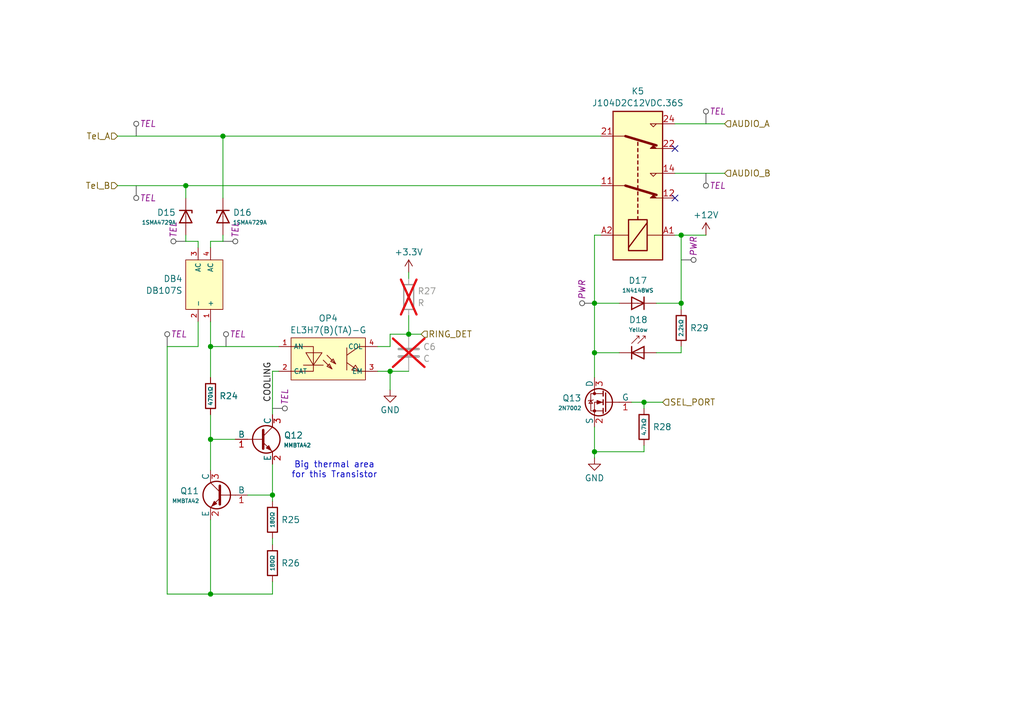
<source format=kicad_sch>
(kicad_sch (version 20231120) (generator "eeschema") (generator_version "8.0")
  (paper "A5")
  (lib_symbols
    (symbol "Device:C" (pin_numbers hide) (pin_names (offset 0.254))
      (property "Reference" "C" (at 0.635 2.54 0))
      (property "Value" "C" (at 0.635 -2.54 0))
      (symbol "C_0_1"
        (polyline (pts (xy -2.032 -0.762) (xy 2.032 -0.762)) (stroke (width 0.508)))
        (polyline (pts (xy -2.032 0.762) (xy 2.032 0.762)) (stroke (width 0.508)))
      )
      (symbol "C_1_1"
        (pin passive line (at 0 3.81 270) (length 2.794) (name "~") (number "1"))
        (pin passive line (at 0 -3.81 90) (length 2.794) (name "~") (number "2"))
      )
    )
    (symbol "Device:R" (pin_numbers hide) (pin_names (offset 0))
      (property "Reference" "R" (at 2.032 0 90))
      (property "Value" "R" (at 0 0 90))
      (symbol "R_0_1"
        (rectangle (start -1.016 -2.54) (end 1.016 2.54) (stroke (width 0.254)))
      )
      (symbol "R_1_1"
        (pin passive line (at 0 3.81 270) (length 1.27) (name "~") (number "1"))
        (pin passive line (at 0 -3.81 90) (length 1.27) (name "~") (number "2"))
      )
    )
    (symbol "PCM_JLCPCB-Diode-Packages:Bridge Rectifier, DB107S"
      (property "Reference" "DB" (at 0 1.27 0))
      (property "Value" "DB107S" (at 0 6.096 0))
      (symbol "Bridge Rectifier, DB107S_0_1"
        (rectangle (start -5.08 5.08) (end 5.08 -2.54) (fill (type background)))
        (pin unspecified line (at -7.62 2.54 0) (length 2.54) (name "+") (number "1"))
        (pin unspecified line (at -7.62 0 0) (length 2.54) (name "-") (number "2"))
        (pin unspecified line (at 7.62 0 180) (length 2.54) (name "AC") (number "3"))
        (pin unspecified line (at 7.62 2.54 180) (length 2.54) (name "AC") (number "4"))
      )
    )
    (symbol "PCM_JLCPCB-Diodes:LED,0805,Yellow" (pin_numbers hide) (pin_names (offset 0))
      (property "Reference" "D" (at 2.032 0.834 0))
      (property "Value" "Yellow" (at 2.032 -1.2122 0))
      (symbol "LED,0805,Yellow_0_1"
        (polyline (pts (xy -1.27 -1.27) (xy 1.27 -1.27)) (stroke (width 0.254)))
        (polyline (pts (xy -1.27 1.27) (xy 0 -1.27) (xy 1.27 1.27) (xy -1.27 1.27)) (stroke (width 0.254)))
        (polyline (pts (xy -1.905 -1.27) (xy -3.429 0.254) (xy -3.429 -0.254) (xy -3.429 0.254) (xy -2.921 0.254)) (stroke (width 0.127)))
        (polyline (pts (xy -1.905 0) (xy -3.429 1.524) (xy -3.429 1.016) (xy -3.429 1.524) (xy -2.921 1.524)) (stroke (width 0.127)))
      )
      (symbol "LED,0805,Yellow_1_1"
        (pin passive line (at 0 -3.81 90) (length 3.81) (name "~") (number "1"))
        (pin passive line (at 0 3.81 270) (length 3.81) (name "~") (number "2"))
      )
    )
    (symbol "PCM_JLCPCB-Diodes:Switching,1N4148WS" (pin_numbers hide) (pin_names (offset 0))
      (property "Reference" "D" (at 2.032 0.834 0))
      (property "Value" "1N4148WS" (at 2.032 -1.2122 0))
      (symbol "Switching,1N4148WS_0_1"
        (polyline (pts (xy -1.27 -1.27) (xy 1.27 -1.27)) (stroke (width 0.254)))
        (polyline (pts (xy -1.27 1.27) (xy 0 -1.27) (xy 1.27 1.27) (xy -1.27 1.27)) (stroke (width 0.254)))
      )
      (symbol "Switching,1N4148WS_1_1"
        (pin passive line (at 0 -3.81 90) (length 3.81) (name "~") (number "1"))
        (pin passive line (at 0 3.81 270) (length 3.81) (name "~") (number "2"))
      )
    )
    (symbol "PCM_JLCPCB-Diodes:Zener,1SMA4729A" (pin_numbers hide) (pin_names (offset 0))
      (property "Reference" "D" (at 2.032 0.834 0))
      (property "Value" "1SMA4729A" (at 2.032 -1.2122 0))
      (symbol "Zener,1SMA4729A_0_1"
        (polyline (pts (xy -1.27 -1.27) (xy 1.27 -1.27) (xy 1.27 -0.762)) (stroke (width 0.254)))
        (polyline (pts (xy -1.27 1.27) (xy 0 -1.27) (xy 1.27 1.27) (xy -1.27 1.27)) (stroke (width 0.254)))
      )
      (symbol "Zener,1SMA4729A_1_1"
        (pin passive line (at 0 -3.81 90) (length 3.81) (name "~") (number "1"))
        (pin passive line (at 0 3.81 270) (length 3.81) (name "~") (number "2"))
      )
    )
    (symbol "PCM_JLCPCB-Optocouplers:Phototransistor, 2.7khz, EL3H7(B)(TA)-G"
      (property "Reference" "OP" (at 0 1.27 0))
      (property "Value" "EL3H7(B)(TA)-G" (at 0 -5.842 0))
      (symbol "Phototransistor, 2.7khz, EL3H7(B)(TA)-G_0_1"
        (rectangle (start -7.62 4.318) (end 7.62 -4.318) (fill (type background)))
        (polyline (pts (xy -1.016 -1.27) (xy -5.08 -1.27)))
        (polyline (pts (xy -1.016 -0.254) (xy 0.762 -2.032)))
        (polyline (pts (xy -0.254 0.762) (xy 1.524 -1.016)))
        (polyline (pts (xy 3.81 -0.762) (xy 6.35 -2.54)))
        (polyline (pts (xy 3.81 2.286) (xy 3.81 -2.286)))
        (polyline (pts (xy 6.35 2.54) (xy 3.81 0.762)))
        (polyline (pts (xy 7.62 -2.54) (xy 6.35 -2.54)))
        (polyline (pts (xy 7.62 2.54) (xy 6.35 2.54)))
        (polyline (pts (xy -7.62 2.54) (xy -3.048 2.54) (xy -3.048 -2.54) (xy -7.62 -2.54)))
        (polyline (pts (xy -4.572 1.27) (xy -3.048 -1.27) (xy -1.27 1.27) (xy -4.572 1.27)) (fill (type background)))
        (polyline (pts (xy 0.762 -2.032) (xy 0.254 -1.016) (xy -0.254 -1.524) (xy 0.762 -2.032)) (fill (type background)))
        (polyline (pts (xy 1.524 -1.016) (xy 1.016 0) (xy 0.508 -0.508) (xy 1.524 -1.016)) (fill (type background)))
        (polyline (pts (xy 6.35 -2.54) (xy 5.588 -1.27) (xy 4.826 -2.286) (xy 6.35 -2.54)) (fill (type background)))
      )
      (symbol "Phototransistor, 2.7khz, EL3H7(B)(TA)-G_1_1"
        (pin unspecified line (at -10.16 2.54 0) (length 2.54) (name "AN") (number "1"))
        (pin unspecified line (at -10.16 -2.54 0) (length 2.54) (name "CAT") (number "2"))
        (pin unspecified line (at 10.16 -2.54 180) (length 2.54) (name "EM") (number "3"))
        (pin unspecified line (at 10.16 2.54 180) (length 2.54) (name "COL") (number "4"))
      )
    )
    (symbol "PCM_JLCPCB-Resistors:0805,2.2kΩ" (pin_numbers hide) (pin_names (offset 0))
      (property "Reference" "R" (at 1.778 0 0))
      (property "Value" "2.2kΩ" (at 0 0 90))
      (symbol "0805,2.2kΩ_0_1"
        (rectangle (start -1.016 2.54) (end 1.016 -2.54) (stroke (width 0.254)))
      )
      (symbol "0805,2.2kΩ_1_1"
        (pin passive line (at 0 3.81 270) (length 1.27) (name "~") (number "1"))
        (pin passive line (at 0 -3.81 90) (length 1.27) (name "~") (number "2"))
      )
    )
    (symbol "PCM_JLCPCB-Resistors:0805,4.7kΩ" (pin_numbers hide) (pin_names (offset 0))
      (property "Reference" "R" (at 1.778 0 0))
      (property "Value" "4.7kΩ" (at 0 0 90))
      (symbol "0805,4.7kΩ_0_1"
        (rectangle (start -1.016 2.54) (end 1.016 -2.54) (stroke (width 0.254)))
      )
      (symbol "0805,4.7kΩ_1_1"
        (pin passive line (at 0 3.81 270) (length 1.27) (name "~") (number "1"))
        (pin passive line (at 0 -3.81 90) (length 1.27) (name "~") (number "2"))
      )
    )
    (symbol "PCM_JLCPCB-Resistors:0805,470kΩ" (pin_numbers hide) (pin_names (offset 0))
      (property "Reference" "R" (at 1.778 0 0))
      (property "Value" "470kΩ" (at 0 0 90))
      (symbol "0805,470kΩ_0_1"
        (rectangle (start -1.016 2.54) (end 1.016 -2.54) (stroke (width 0.254)))
      )
      (symbol "0805,470kΩ_1_1"
        (pin passive line (at 0 3.81 270) (length 1.27) (name "~") (number "1"))
        (pin passive line (at 0 -3.81 90) (length 1.27) (name "~") (number "2"))
      )
    )
    (symbol "PCM_JLCPCB-Resistors:2010,180Ω" (pin_numbers hide) (pin_names (offset 0))
      (property "Reference" "R" (at 1.778 0 0))
      (property "Value" "180Ω" (at 0 0 90))
      (symbol "2010,180Ω_0_1"
        (rectangle (start -1.016 2.54) (end 1.016 -2.54) (stroke (width 0.254)))
      )
      (symbol "2010,180Ω_1_1"
        (pin passive line (at 0 3.81 270) (length 1.27) (name "~") (number "1"))
        (pin passive line (at 0 -3.81 90) (length 1.27) (name "~") (number "2"))
      )
    )
    (symbol "PCM_JLCPCB-Transistors:NMOS,2N7002" (pin_names (offset 0))
      (property "Reference" "Q" (at 4.8514 0.834 0))
      (property "Value" "2N7002" (at 4.8514 -1.2122 0))
      (symbol "NMOS,2N7002_0_1"
        (polyline (pts (xy 0.254 0) (xy -2.54 0)))
        (polyline (pts (xy 0.254 1.905) (xy 0.254 -1.905)) (stroke (width 0.254)))
        (polyline (pts (xy 0.762 -1.27) (xy 0.762 -2.286)) (stroke (width 0.254)))
        (polyline (pts (xy 0.762 0.508) (xy 0.762 -0.508)) (stroke (width 0.254)))
        (polyline (pts (xy 0.762 2.286) (xy 0.762 1.27)) (stroke (width 0.254)))
        (polyline (pts (xy 2.54 2.54) (xy 2.54 1.778)))
        (polyline (pts (xy 2.54 -2.54) (xy 2.54 0) (xy 0.762 0)))
        (polyline (pts (xy 0.762 -1.778) (xy 3.302 -1.778) (xy 3.302 1.778) (xy 0.762 1.778)))
        (polyline (pts (xy 1.016 0) (xy 2.032 0.381) (xy 2.032 -0.381) (xy 1.016 0)) (fill (type outline)))
        (polyline (pts (xy 2.794 0.508) (xy 2.921 0.381) (xy 3.683 0.381) (xy 3.81 0.254)))
        (polyline (pts (xy 3.302 0.381) (xy 2.921 -0.254) (xy 3.683 -0.254) (xy 3.302 0.381)))
        (circle (center 1.651 0) (radius 2.794) (stroke (width 0.254)))
        (circle (center 2.54 -1.778) (radius 0.254) (fill (type outline)))
        (circle (center 2.54 1.778) (radius 0.254) (fill (type outline)))
      )
      (symbol "NMOS,2N7002_1_1"
        (pin input line (at -5.08 0 0) (length 2.54) (name "G") (number "1"))
        (pin passive line (at 2.54 -5.08 90) (length 2.54) (name "S") (number "2"))
        (pin passive line (at 2.54 5.08 270) (length 2.54) (name "D") (number "3"))
      )
    )
    (symbol "PCM_JLCPCB-Transistors:NPN,MMBTA42" (pin_names (offset 0))
      (property "Reference" "Q" (at 4.8514 0.834 0))
      (property "Value" "MMBTA42" (at 4.8514 -1.2122 0))
      (symbol "NPN,MMBTA42_0_1"
        (polyline (pts (xy -2.54 0) (xy 0.635 0)) (stroke (width 0.1524)))
        (polyline (pts (xy 0.635 0.635) (xy 2.54 2.54)))
        (polyline (pts (xy 2.794 -1.27) (xy 2.794 -1.27)) (stroke (width 0.1524)))
        (polyline (pts (xy 2.794 -1.27) (xy 2.794 -1.27)) (stroke (width 0.1524)))
        (polyline (pts (xy 0.635 -0.635) (xy 2.54 -2.54) (xy 2.54 -2.54)))
        (polyline (pts (xy 0.635 1.905) (xy 0.635 -1.905) (xy 0.635 -1.905)) (stroke (width 0.508)))
        (polyline (pts (xy 1.27 -1.778) (xy 1.778 -1.27) (xy 2.286 -2.286) (xy 1.27 -1.778) (xy 1.27 -1.778)) (fill (type outline)))
        (circle (center 1.27 0) (radius 2.8194) (stroke (width 0.254)))
      )
      (symbol "NPN,MMBTA42_1_1"
        (pin input line (at -5.08 0 0) (length 2.54) (name "B") (number "1"))
        (pin open_emitter line (at 2.54 -5.08 90) (length 2.54) (name "E") (number "2"))
        (pin open_collector line (at 2.54 5.08 270) (length 2.54) (name "C") (number "3"))
      )
    )
    (symbol "power:+12V" (power) (pin_numbers hide) (pin_names (offset 0) hide)
      (property "Value" "+12V" (at 0 3.556 0))
      (symbol "+12V_0_1"
        (polyline (pts (xy -0.762 1.27) (xy 0 2.54)))
        (polyline (pts (xy 0 0) (xy 0 2.54)))
        (polyline (pts (xy 0 2.54) (xy 0.762 1.27)))
      )
      (symbol "+12V_1_1"
        (pin power_in line (at 0 0 90) (length 0) (name "~") (number "1"))
      )
    )
    (symbol "power:+3.3V" (power) (pin_numbers hide) (pin_names (offset 0) hide)
      (property "Value" "+3.3V" (at 0 3.556 0))
      (symbol "+3.3V_0_1"
        (polyline (pts (xy -0.762 1.27) (xy 0 2.54)))
        (polyline (pts (xy 0 0) (xy 0 2.54)))
        (polyline (pts (xy 0 2.54) (xy 0.762 1.27)))
      )
      (symbol "+3.3V_1_1"
        (pin power_in line (at 0 0 90) (length 0) (name "~") (number "1"))
      )
    )
    (symbol "power:GND" (power) (pin_numbers hide) (pin_names (offset 0) hide)
      (property "Value" "GND" (at 0 -3.81 0))
      (symbol "GND_0_1"
        (polyline (pts (xy 0 0) (xy 0 -1.27) (xy 1.27 -1.27) (xy 0 -2.54) (xy -1.27 -1.27) (xy 0 -1.27)))
      )
      (symbol "GND_1_1"
        (pin power_in line (at 0 0 270) (length 0) (name "~") (number "1"))
      )
    )
    (symbol "sb_interface:J104D2C12VDC.36S"
      (property "Reference" "K" (at 16.51 3.81 0))
      (property "Value" "J104D2C12VDC.36S" (at 16.51 1.27 0))
      (symbol "J104D2C12VDC.36S_0_1"
        (rectangle (start -15.24 5.08) (end 15.24 -5.08) (stroke (width 0.254)) (fill (type background)))
        (rectangle (start -13.335 1.905) (end -6.985 -1.905) (stroke (width 0.254)))
        (polyline (pts (xy -12.7 -1.905) (xy -7.62 1.905)) (stroke (width 0.254)))
        (polyline (pts (xy -10.16 -5.08) (xy -10.16 -1.905)))
        (polyline (pts (xy -10.16 5.08) (xy -10.16 1.905)))
        (polyline (pts (xy -6.985 0) (xy -6.35 0)) (stroke (width 0.254)))
        (polyline (pts (xy -5.715 0) (xy -5.08 0)) (stroke (width 0.254)))
        (polyline (pts (xy -4.445 0) (xy -3.81 0)) (stroke (width 0.254)))
        (polyline (pts (xy -3.175 0) (xy -2.54 0)) (stroke (width 0.254)))
        (polyline (pts (xy -1.905 0) (xy -1.27 0)) (stroke (width 0.254)))
        (polyline (pts (xy -0.635 0) (xy 0 0)) (stroke (width 0.254)))
        (polyline (pts (xy 0 -2.54) (xy -1.905 3.81)) (stroke (width 0.508)))
        (polyline (pts (xy 0 -2.54) (xy 0 -5.08)))
        (polyline (pts (xy 0.635 0) (xy 1.27 0)) (stroke (width 0.254)))
        (polyline (pts (xy 1.905 0) (xy 2.54 0)) (stroke (width 0.254)))
        (polyline (pts (xy 3.175 0) (xy 3.81 0)) (stroke (width 0.254)))
        (polyline (pts (xy 4.445 0) (xy 5.08 0)) (stroke (width 0.254)))
        (polyline (pts (xy 5.715 0) (xy 6.35 0)) (stroke (width 0.254)))
        (polyline (pts (xy 6.985 0) (xy 7.62 0)) (stroke (width 0.254)))
        (polyline (pts (xy 8.255 0) (xy 8.89 0)) (stroke (width 0.254)))
        (polyline (pts (xy 10.16 -2.54) (xy 8.255 3.81)) (stroke (width 0.508)))
        (polyline (pts (xy 10.16 -2.54) (xy 10.16 -5.08)))
        (polyline (pts (xy -2.54 5.08) (xy -2.54 2.54) (xy -1.905 3.175) (xy -2.54 3.81)) (fill (type outline)))
        (polyline (pts (xy 2.54 5.08) (xy 2.54 2.54) (xy 1.905 3.175) (xy 2.54 3.81)))
        (polyline (pts (xy 7.62 5.08) (xy 7.62 2.54) (xy 8.255 3.175) (xy 7.62 3.81)) (fill (type outline)))
        (polyline (pts (xy 12.7 5.08) (xy 12.7 2.54) (xy 12.065 3.175) (xy 12.7 3.81)))
      )
      (symbol "J104D2C12VDC.36S_1_1"
        (pin passive line (at 0 -7.62 90) (length 2.54) (name "~") (number "11"))
        (pin passive line (at -2.54 7.62 270) (length 2.54) (name "~") (number "12"))
        (pin passive line (at 2.54 7.62 270) (length 2.54) (name "~") (number "14"))
        (pin passive line (at 10.16 -7.62 90) (length 2.54) (name "~") (number "21"))
        (pin passive line (at 7.62 7.62 270) (length 2.54) (name "~") (number "22"))
        (pin passive line (at 12.7 7.62 270) (length 2.54) (name "~") (number "24"))
        (pin passive line (at -10.16 7.62 270) (length 2.54) (name "~") (number "A1"))
        (pin passive line (at -10.16 -7.62 90) (length 2.54) (name "~") (number "A2"))
      )
    )
  )
  (junction (at 45.72 27.94))
  (junction (at 139.7 62.23))
  (junction (at 83.82 68.58))
  (junction (at 121.92 72.39))
  (junction (at 43.18 90.17))
  (junction (at 43.18 71.12))
  (junction (at 132.08 82.55))
  (junction (at 43.18 121.92))
  (junction (at 121.92 92.71))
  (junction (at 139.7 48.26))
  (junction (at 38.1 38.1))
  (junction (at 55.88 101.6))
  (junction (at 80.01 76.2))
  (junction (at 121.92 62.23))
  (no_connect (at 138.43 40.64))
  (no_connect (at 138.43 30.48))
  (wire (pts (xy 43.18 90.17) (xy 43.18 96.52)))
  (wire (pts (xy 139.7 48.26) (xy 144.78 48.26)))
  (wire (pts (xy 43.18 71.12) (xy 57.15 71.12)))
  (wire (pts (xy 138.43 48.26) (xy 139.7 48.26)))
  (wire (pts (xy 45.72 27.94) (xy 45.72 40.64)))
  (wire (pts (xy 77.47 76.2) (xy 80.01 76.2)))
  (wire (pts (xy 80.01 68.58) (xy 83.82 68.58)))
  (wire (pts (xy 43.18 66.04) (xy 43.18 71.12)))
  (wire (pts (xy 139.7 48.26) (xy 139.7 62.23)))
  (wire (pts (xy 38.1 38.1) (xy 38.1 40.64)))
  (wire (pts (xy 43.18 50.8) (xy 43.18 49.53)))
  (wire (pts (xy 83.82 64.77) (xy 83.82 68.58)))
  (wire (pts (xy 38.1 38.1) (xy 123.19 38.1)))
  (wire (pts (xy 50.8 101.6) (xy 55.88 101.6)))
  (wire (pts (xy 43.18 121.92) (xy 55.88 121.92)))
  (wire (pts (xy 45.72 27.94) (xy 123.19 27.94)))
  (wire (pts (xy 80.01 76.2) (xy 83.82 76.2)))
  (wire (pts (xy 121.92 87.63) (xy 121.92 92.71)))
  (wire (pts (xy 43.18 106.68) (xy 43.18 121.92)))
  (wire (pts (xy 40.64 50.8) (xy 40.64 49.53)))
  (wire (pts (xy 139.7 62.23) (xy 139.7 63.5)))
  (wire (pts (xy 80.01 71.12) (xy 80.01 68.58)))
  (wire (pts (xy 43.18 90.17) (xy 48.26 90.17)))
  (wire (pts (xy 34.29 71.12) (xy 34.29 121.92)))
  (wire (pts (xy 132.08 82.55) (xy 132.08 83.82)))
  (wire (pts (xy 121.92 72.39) (xy 127 72.39)))
  (wire (pts (xy 40.64 66.04) (xy 40.64 71.12)))
  (wire (pts (xy 55.88 76.2) (xy 55.88 85.09)))
  (wire (pts (xy 40.64 49.53) (xy 38.1 49.53)))
  (wire (pts (xy 40.64 71.12) (xy 34.29 71.12)))
  (wire (pts (xy 83.82 55.88) (xy 83.82 57.15)))
  (wire (pts (xy 24.13 27.94) (xy 45.72 27.94)))
  (wire (pts (xy 121.92 48.26) (xy 123.19 48.26)))
  (wire (pts (xy 148.59 25.4) (xy 138.43 25.4)))
  (wire (pts (xy 80.01 71.12) (xy 77.47 71.12)))
  (wire (pts (xy 38.1 49.53) (xy 38.1 48.26)))
  (wire (pts (xy 80.01 76.2) (xy 80.01 80.01)))
  (wire (pts (xy 129.54 82.55) (xy 132.08 82.55)))
  (wire (pts (xy 43.18 71.12) (xy 43.18 77.47)))
  (wire (pts (xy 55.88 76.2) (xy 57.15 76.2)))
  (wire (pts (xy 121.92 62.23) (xy 121.92 72.39)))
  (wire (pts (xy 132.08 92.71) (xy 121.92 92.71)))
  (wire (pts (xy 139.7 72.39) (xy 134.62 72.39)))
  (wire (pts (xy 121.92 62.23) (xy 121.92 48.26)))
  (wire (pts (xy 134.62 62.23) (xy 139.7 62.23)))
  (wire (pts (xy 132.08 91.44) (xy 132.08 92.71)))
  (wire (pts (xy 45.72 49.53) (xy 45.72 48.26)))
  (wire (pts (xy 55.88 119.38) (xy 55.88 121.92)))
  (wire (pts (xy 43.18 85.09) (xy 43.18 90.17)))
  (wire (pts (xy 148.59 35.56) (xy 138.43 35.56)))
  (wire (pts (xy 127 62.23) (xy 121.92 62.23)))
  (wire (pts (xy 34.29 121.92) (xy 43.18 121.92)))
  (wire (pts (xy 24.13 38.1) (xy 38.1 38.1)))
  (wire (pts (xy 121.92 92.71) (xy 121.92 93.98)))
  (wire (pts (xy 55.88 101.6) (xy 55.88 95.25)))
  (wire (pts (xy 43.18 49.53) (xy 45.72 49.53)))
  (wire (pts (xy 83.82 68.58) (xy 86.36 68.58)))
  (wire (pts (xy 121.92 72.39) (xy 121.92 77.47)))
  (wire (pts (xy 55.88 110.49) (xy 55.88 111.76)))
  (wire (pts (xy 55.88 101.6) (xy 55.88 102.87)))
  (wire (pts (xy 139.7 71.12) (xy 139.7 72.39)))
  (wire (pts (xy 132.08 82.55) (xy 135.89 82.55)))
  (text "Big thermal area\nfor this Transistor" (at 68.58 96.52 0) (effects (font (size 1.27 1.27))))
  (label "COOLING" (at 55.88 82.55 90))
  (hierarchical_label "RING_DET" (shape input) (at 86.36 68.58 0))
  (hierarchical_label "AUDIO_B" (shape input) (at 148.59 35.56 0))
  (hierarchical_label "Tel_A" (shape input) (at 24.13 27.94 180))
  (hierarchical_label "AUDIO_A" (shape input) (at 148.59 25.4 0))
  (hierarchical_label "SEL_PORT" (shape input) (at 135.89 82.55 0))
  (hierarchical_label "Tel_B" (shape input) (at 24.13 38.1 180))
  (netclass_flag "" (length 2.54) (shape round) (at 46.355 71.12 0) (property "Netclass" "TEL" (at 47.0535 68.58 0) (effects (font (italic yes)) (justify left))))
  (netclass_flag "" (length 2.54) (shape round) (at 121.92 62.23 90) (property "Netclass" "PWR" (at 119.38 61.5315 90) (effects (font (italic yes)) (justify left))))
  (netclass_flag "" (length 2.54) (shape round) (at 27.94 38.1 180) (property "Netclass" "TEL" (at 28.6385 40.64 0) (effects (font (italic yes)) (justify left))))
  (netclass_flag "" (length 2.54) (shape round) (at 38.1 49.53 90) (property "Netclass" "TEL" (at 35.56 48.8315 90) (effects (font (italic yes)) (justify left))))
  (netclass_flag "" (length 2.54) (shape round) (at 144.78 35.56 180) (property "Netclass" "TEL" (at 145.4785 38.1 0) (effects (font (italic yes)) (justify left))))
  (netclass_flag "" (length 2.54) (shape round) (at 34.29 71.12 0) (property "Netclass" "TEL" (at 34.9885 68.58 0) (effects (font (italic yes)) (justify left))))
  (netclass_flag "" (length 2.54) (shape round) (at 27.94 27.94 0) (property "Netclass" "TEL" (at 28.6385 25.4 0) (effects (font (italic yes)) (justify left))))
  (netclass_flag "" (length 2.54) (shape round) (at 139.7 53.34 270) (property "Netclass" "PWR" (at 142.24 52.6415 90) (effects (font (italic yes)) (justify left))))
  (netclass_flag "" (length 2.54) (shape round) (at 55.88 83.82 270) (property "Netclass" "TEL" (at 58.42 83.1215 90) (effects (font (italic yes)) (justify left))))
  (netclass_flag "" (length 2.54) (shape round) (at 144.78 25.4 0) (property "Netclass" "TEL" (at 145.4785 22.86 0) (effects (font (italic yes)) (justify left))))
  (netclass_flag "" (length 2.54) (shape round) (at 45.72 49.53 270) (property "Netclass" "TEL" (at 48.26 48.8315 90) (effects (font (italic yes)) (justify left))))
  (symbol (lib_id "PCM_JLCPCB-Resistors:2010,180Ω") (at 55.88 106.68 0) (unit 1)
    (property "Reference" "R25" (at 57.658 106.68 0) (effects (justify left)))
    (property "Value" "180Ω" (at 55.88 106.68 90) (effects (font (size 0.8 0.8))))
    (property "Footprint" "PCM_JLCPCB:R_2010" (effects (hide yes)))
    (property "Datasheet" "https://wmsc.lcsc.com/wmsc/upload/file/pdf/v2/lcsc/2308241009_FOJAN-FRC2010J181-TS_C2907560.pdf" (effects (hide yes)))
    (property "Description" "750mW Thick Film Resistors 200V ±100ppm/°C ±5% 180Ω 2010 Chip Resistor - Surface Mount ROHS" (effects (hide yes)))
    (property "LCSC" "C2907560" (effects (hide yes)))
    (property "Stock" "20280" (effects (hide yes)))
    (property "Price" "0.013USD" (effects (hide yes)))
    (property "Process" "SMT" (effects (hide yes)))
    (property "Minimum Qty" "5" (effects (hide yes)))
    (property "Attrition Qty" "2" (effects (hide yes)))
    (property "Class" "Preferred Component" (effects (hide yes)))
    (property "Category" "Resistors,Chip Resistor - Surface Mount" (effects (hide yes)))
    (property "Manufacturer" "FOJAN" (effects (hide yes)))
    (property "Part" "FRC2010J181 TS" (effects (hide yes)))
    (instances (project "" (path "" (reference "R25") (unit 1)) (path "" (reference "R19") (unit 1)) (path "" (reference "R31") (unit 1)) (path "" (reference "R43") (unit 1)) (path "" (reference "R73") (unit 1)) (path "" (reference "R7") (unit 1)) (path "" (reference "R67") (unit 1)) (path "" (reference "R61") (unit 1)) (path "" (reference "R49") (unit 1)) (path "" (reference "R55") (unit 1)) (path "" (reference "R37") (unit 1)) (path "" (reference "R13") (unit 1))))
  )
  (symbol (lib_id "PCM_JLCPCB-Diodes:Switching,1N4148WS") (at 130.81 62.23 90) (unit 1)
    (property "Reference" "D5" (at 130.81 57.5719 90))
    (property "Value" "1N4148WS" (at 130.81 59.6181 90) (effects (font (size 0.8 0.8))))
    (property "Footprint" "PCM_JLCPCB:D_SOD-323" (effects (hide yes)))
    (property "Datasheet" "https://www.lcsc.com/datasheet/lcsc_datasheet_1810101110_Jiangsu-Changjing-Electronics-Technology-Co---Ltd--1N4148WS_C2128.pdf" (effects (hide yes)))
    (property "Description" "100V Independent Type 1.25V@150mA 4ns 150mA SOD-323 Switching Diodes ROHS" (effects (hide yes)))
    (property "LCSC" "C2128" (effects (hide yes)))
    (property "Stock" "2886910" (effects (hide yes)))
    (property "Price" "0.012USD" (effects (hide yes)))
    (property "Process" "SMT" (effects (hide yes)))
    (property "Minimum Qty" "20" (effects (hide yes)))
    (property "Attrition Qty" "10" (effects (hide yes)))
    (property "Class" "Basic Component" (effects (hide yes)))
    (property "Category" "Diodes,Switching Diode" (effects (hide yes)))
    (property "Manufacturer" "Changjiang Electronics Tech (CJ)" (effects (hide yes)))
    (property "Part" "1N4148WS" (effects (hide yes)))
    (property "Rectified Current" "150mA" (effects (hide yes)))
    (property "Forward Voltage (Vf@If)" "1.25V@150mA" (effects (hide yes)))
    (property "Reverse Voltage (Vr)" "100V" (effects (hide yes)))
    (property "Reverse Recovery Time (trr)" "4ns" (effects (hide yes)))
    (property "Diode Configuration" "Independent Type" (effects (hide yes)))
    (property "Reverse Leakage Current" "1uA@75V" (effects (hide yes)))
    (instances (project "SB_interface" (path "" (reference "D17") (unit 1)) (path "" (reference "D13") (unit 1)) (path "" (reference "D21") (unit 1)) (path "" (reference "D29") (unit 1)) (path "" (reference "D49") (unit 1)) (path "" (reference "D5") (unit 1)) (path "" (reference "D45") (unit 1)) (path "" (reference "D41") (unit 1)) (path "" (reference "D33") (unit 1)) (path "" (reference "D37") (unit 1)) (path "" (reference "D25") (unit 1)) (path "" (reference "D9") (unit 1))))
  )
  (symbol (lib_id "PCM_JLCPCB-Transistors:NPN,MMBTA42") (at 45.72 101.6 0) (mirror y) (unit 1)
    (property "Reference" "Q11" (at 40.8686 100.766 0) (effects (justify left)))
    (property "Value" "MMBTA42" (at 40.8686 102.8122 0) (effects (font (size 0.8 0.8)) (justify left)))
    (property "Footprint" "PCM_JLCPCB:Q_SOT-23" (effects (hide yes)))
    (property "Datasheet" "https://wmsc.lcsc.com/wmsc/upload/file/pdf/v2/lcsc/2407101109_hongjiacheng-MMBTA42_C20069138.pdf" (effects (hide yes)))
    (property "Description" "300V 350mW 100@10mA,10V 500mA NPN SOT-23 Bipolar (BJT) ROHS" (effects (hide yes)))
    (property "LCSC" "C20069138" (effects (hide yes)))
    (property "Stock" "65571" (effects (hide yes)))
    (property "Price" "0.029USD" (effects (hide yes)))
    (property "Process" "SMT" (effects (hide yes)))
    (property "Minimum Qty" "10" (effects (hide yes)))
    (property "Attrition Qty" "4" (effects (hide yes)))
    (property "Class" "Preferred Component" (effects (hide yes)))
    (property "Category" "Triode/MOS Tube/Transistor,Bipolar Transistors - BJT" (effects (hide yes)))
    (property "Manufacturer" "hongjiacheng" (effects (hide yes)))
    (property "Part" "MMBTA42" (effects (hide yes)))
    (instances (project "SB_interface" (path "" (reference "Q11") (unit 1)) (path "" (reference "Q8") (unit 1)) (path "" (reference "Q14") (unit 1)) (path "" (reference "Q20") (unit 1)) (path "" (reference "Q35") (unit 1)) (path "" (reference "Q2") (unit 1)) (path "" (reference "Q32") (unit 1)) (path "" (reference "Q29") (unit 1)) (path "" (reference "Q23") (unit 1)) (path "" (reference "Q26") (unit 1)) (path "" (reference "Q17") (unit 1)) (path "" (reference "Q5") (unit 1))))
  )
  (symbol (lib_id "PCM_JLCPCB-Diodes:Zener,1SMA4729A") (at 38.1 44.45 0) (mirror x) (unit 1)
    (property "Reference" "D15" (at 36.068 43.616 0) (effects (justify right)))
    (property "Value" "1SMA4729A" (at 36.068 45.6622 0) (effects (font (size 0.8 0.8)) (justify right)))
    (property "Footprint" "PCM_JLCPCB:D_SMA" (effects (hide yes)))
    (property "Datasheet" "https://wmsc.lcsc.com/wmsc/upload/file/pdf/v2/lcsc/2402281642_hongjiacheng-1SMA4729A_C19077475.pdf" (effects (hide yes)))
    (property "Description" "Independent Type 3.42V~3.78V 1W 3.6V SMA(DO-214AC) Zener Diodes ROHS" (effects (hide yes)))
    (property "LCSC" "C19077475" (effects (hide yes)))
    (property "Stock" "20421" (effects (hide yes)))
    (property "Price" "0.038USD" (effects (hide yes)))
    (property "Process" "SMT" (effects (hide yes)))
    (property "Minimum Qty" "5" (effects (hide yes)))
    (property "Attrition Qty" "4" (effects (hide yes)))
    (property "Class" "Preferred Component" (effects (hide yes)))
    (property "Category" "Diodes,Zener Diodes" (effects (hide yes)))
    (property "Manufacturer" "hongjiacheng" (effects (hide yes)))
    (property "Part" "1SMA4729A" (effects (hide yes)))
    (instances (project "SB_interface" (path "" (reference "D15") (unit 1)) (path "" (reference "D11") (unit 1)) (path "" (reference "D19") (unit 1)) (path "" (reference "D27") (unit 1)) (path "" (reference "D47") (unit 1)) (path "" (reference "D3") (unit 1)) (path "" (reference "D43") (unit 1)) (path "" (reference "D39") (unit 1)) (path "" (reference "D31") (unit 1)) (path "" (reference "D35") (unit 1)) (path "" (reference "D23") (unit 1)) (path "" (reference "D7") (unit 1))))
  )
  (symbol (lib_id "power:+12V") (at 144.78 48.26 0) (unit 1)
    (property "Reference" "#PWR043" (effects (hide yes)))
    (property "Value" "+12V" (at 144.78 44.1269 0))
    (property "Description" "Power symbol creates a global label with name \"+12V\"" (effects (hide yes)))
    (instances (project "SB_interface" (path "" (reference "#PWR043") (unit 1)) (path "" (reference "#PWR039") (unit 1)) (path "" (reference "#PWR047") (unit 1)) (path "" (reference "#PWR055") (unit 1)) (path "" (reference "#PWR075") (unit 1)) (path "" (reference "#PWR031") (unit 1)) (path "" (reference "#PWR071") (unit 1)) (path "" (reference "#PWR067") (unit 1)) (path "" (reference "#PWR059") (unit 1)) (path "" (reference "#PWR063") (unit 1)) (path "" (reference "#PWR051") (unit 1)) (path "" (reference "#PWR035") (unit 1))))
  )
  (symbol (lib_id "power:GND") (at 80.01 80.01 0) (unit 1)
    (property "Reference" "#PWR040" (effects (hide yes)))
    (property "Value" "GND" (at 80.01 84.1431 0))
    (property "Description" "Power symbol creates a global label with name \"GND\" , ground" (effects (hide yes)))
    (instances (project "SB_interface" (path "" (reference "#PWR040") (unit 1)) (path "" (reference "#PWR036") (unit 1)) (path "" (reference "#PWR044") (unit 1)) (path "" (reference "#PWR052") (unit 1)) (path "" (reference "#PWR072") (unit 1)) (path "" (reference "#PWR028") (unit 1)) (path "" (reference "#PWR068") (unit 1)) (path "" (reference "#PWR064") (unit 1)) (path "" (reference "#PWR056") (unit 1)) (path "" (reference "#PWR060") (unit 1)) (path "" (reference "#PWR048") (unit 1)) (path "" (reference "#PWR032") (unit 1))))
  )
  (symbol (lib_id "Device:C") (at 83.82 72.39 0) (unit 1) (dnp yes)
    (property "Reference" "C6" (at 86.741 71.1778 0) (effects (justify left)))
    (property "Value" "C" (at 86.741 73.6021 0) (effects (justify left)))
    (property "Footprint" "Capacitor_SMD:C_0805_2012Metric_Pad1.18x1.45mm_HandSolder" (effects (hide yes)))
    (property "Description" "Unpolarized capacitor" (effects (hide yes)))
    (instances (project "SB_interface" (path "" (reference "C6") (unit 1)) (path "" (reference "C5") (unit 1)) (path "" (reference "C7") (unit 1)) (path "" (reference "C9") (unit 1)) (path "" (reference "C14") (unit 1)) (path "" (reference "C3") (unit 1)) (path "" (reference "C13") (unit 1)) (path "" (reference "C12") (unit 1)) (path "" (reference "C10") (unit 1)) (path "" (reference "C11") (unit 1)) (path "" (reference "C8") (unit 1)) (path "" (reference "C4") (unit 1))))
  )
  (symbol (lib_id "power:GND") (at 121.92 93.98 0) (unit 1)
    (property "Reference" "#PWR042" (effects (hide yes)))
    (property "Value" "GND" (at 121.92 98.1131 0))
    (property "Description" "Power symbol creates a global label with name \"GND\" , ground" (effects (hide yes)))
    (instances (project "SB_interface" (path "" (reference "#PWR042") (unit 1)) (path "" (reference "#PWR038") (unit 1)) (path "" (reference "#PWR046") (unit 1)) (path "" (reference "#PWR054") (unit 1)) (path "" (reference "#PWR074") (unit 1)) (path "" (reference "#PWR030") (unit 1)) (path "" (reference "#PWR070") (unit 1)) (path "" (reference "#PWR066") (unit 1)) (path "" (reference "#PWR058") (unit 1)) (path "" (reference "#PWR062") (unit 1)) (path "" (reference "#PWR050") (unit 1)) (path "" (reference "#PWR034") (unit 1))))
  )
  (symbol (lib_id "PCM_JLCPCB-Resistors:0805,2.2kΩ") (at 139.7 67.31 0) (unit 1)
    (property "Reference" "R29" (at 141.478 67.31 0) (effects (justify left)))
    (property "Value" "2.2kΩ" (at 139.7 67.31 90) (effects (font (size 0.8 0.8))))
    (property "Footprint" "PCM_JLCPCB:R_0805" (effects (hide yes)))
    (property "Datasheet" "https://www.lcsc.com/datasheet/lcsc_datasheet_2206010200_UNI-ROYAL-Uniroyal-Elec-0805W8F2201T5E_C17520.pdf" (effects (hide yes)))
    (property "Description" "125mW Thick Film Resistors 150V ±100ppm/°C ±1% 2.2kΩ 0805 Chip Resistor - Surface Mount ROHS" (effects (hide yes)))
    (property "LCSC" "C17520" (effects (hide yes)))
    (property "Stock" "1555719" (effects (hide yes)))
    (property "Price" "0.005USD" (effects (hide yes)))
    (property "Process" "SMT" (effects (hide yes)))
    (property "Minimum Qty" "20" (effects (hide yes)))
    (property "Attrition Qty" "10" (effects (hide yes)))
    (property "Class" "Basic Component" (effects (hide yes)))
    (property "Category" "Resistors,Chip Resistor - Surface Mount" (effects (hide yes)))
    (property "Manufacturer" "UNI-ROYAL(Uniroyal Elec)" (effects (hide yes)))
    (property "Part" "0805W8F2201T5E" (effects (hide yes)))
    (property "Resistance" "2.2kΩ" (effects (hide yes)))
    (property "Power(Watts)" "125mW" (effects (hide yes)))
    (property "Type" "Thick Film Resistors" (effects (hide yes)))
    (property "Overload Voltage (Max)" "150V" (effects (hide yes)))
    (property "Operating Temperature Range" "-55°C~+155°C" (effects (hide yes)))
    (property "Tolerance" "±1%" (effects (hide yes)))
    (property "Temperature Coefficient" "±100ppm/°C" (effects (hide yes)))
    (instances (project "" (path "" (reference "R29") (unit 1)) (path "" (reference "R23") (unit 1)) (path "" (reference "R35") (unit 1)) (path "" (reference "R47") (unit 1)) (path "" (reference "R77") (unit 1)) (path "" (reference "R11") (unit 1)) (path "" (reference "R71") (unit 1)) (path "" (reference "R65") (unit 1)) (path "" (reference "R53") (unit 1)) (path "" (reference "R59") (unit 1)) (path "" (reference "R41") (unit 1)) (path "" (reference "R17") (unit 1))))
  )
  (symbol (lib_id "PCM_JLCPCB-Diodes:LED,0805,Yellow") (at 130.81 72.39 270) (unit 1)
    (property "Reference" "D18" (at 130.9052 65.6363 90))
    (property "Value" "Yellow" (at 130.9052 67.6825 90) (effects (font (size 0.8 0.8))))
    (property "Footprint" "PCM_JLCPCB:D_0805" (effects (hide yes)))
    (property "Datasheet" "https://www.lcsc.com/datasheet/lcsc_datasheet_1806151129_Hubei-KENTO-Elec-KT-0805Y_C2296.pdf" (effects (hide yes)))
    (property "Description" "Yellow 0805 LED Indication - Discrete ROHS" (effects (hide yes)))
    (property "LCSC" "C2296" (effects (hide yes)))
    (property "Stock" "454868" (effects (hide yes)))
    (property "Price" "0.016USD" (effects (hide yes)))
    (property "Process" "SMT" (effects (hide yes)))
    (property "Minimum Qty" "5" (effects (hide yes)))
    (property "Attrition Qty" "1" (effects (hide yes)))
    (property "Class" "Basic Component" (effects (hide yes)))
    (property "Category" "Optocouplers & LEDs & Infrared,Light Emitting Diodes (LED)" (effects (hide yes)))
    (property "Manufacturer" "Hubei KENTO Elec" (effects (hide yes)))
    (property "Part" "KT-0805Y" (effects (hide yes)))
    (instances (project "SB_interface" (path "" (reference "D18") (unit 1)) (path "" (reference "D14") (unit 1)) (path "" (reference "D22") (unit 1)) (path "" (reference "D30") (unit 1)) (path "" (reference "D50") (unit 1)) (path "" (reference "D6") (unit 1)) (path "" (reference "D46") (unit 1)) (path "" (reference "D42") (unit 1)) (path "" (reference "D34") (unit 1)) (path "" (reference "D38") (unit 1)) (path "" (reference "D26") (unit 1)) (path "" (reference "D10") (unit 1))))
  )
  (symbol (lib_id "Device:R") (at 83.82 60.96 0) (unit 1) (dnp yes)
    (property "Reference" "R27" (at 85.598 59.7478 0) (effects (justify left)))
    (property "Value" "R" (at 85.598 62.1721 0) (effects (justify left)))
    (property "Footprint" "Resistor_SMD:R_0805_2012Metric_Pad1.20x1.40mm_HandSolder" (effects (hide yes)))
    (property "Description" "Resistor" (effects (hide yes)))
    (instances (project "SB_interface" (path "" (reference "R27") (unit 1)) (path "" (reference "R21") (unit 1)) (path "" (reference "R33") (unit 1)) (path "" (reference "R45") (unit 1)) (path "" (reference "R75") (unit 1)) (path "" (reference "R9") (unit 1)) (path "" (reference "R69") (unit 1)) (path "" (reference "R63") (unit 1)) (path "" (reference "R51") (unit 1)) (path "" (reference "R57") (unit 1)) (path "" (reference "R39") (unit 1)) (path "" (reference "R15") (unit 1))))
  )
  (symbol (lib_id "PCM_JLCPCB-Optocouplers:Phototransistor, 2.7khz, EL3H7(B)(TA)-G") (at 67.31 73.66 0) (unit 1)
    (property "Reference" "OP4" (at 67.31 65.3245 0))
    (property "Value" "EL3H7(B)(TA)-G" (at 67.31 67.7488 0))
    (property "Footprint" "PCM_JLCPCB:SOP-4_L4.4-W2.8-P1.27-LS7.0-TL" (effects (hide yes)))
    (property "Datasheet" "https://www.lcsc.com/datasheet/lcsc_datasheet_1811131510_Everlight-Elec-EL3H7-B-TA-G_C32565.pdf" (effects (hide yes)))
    (property "Description" "80V 3.75kV 50mA 100mV@1mA,10mA 1 6V 1.2V DC SSOP-4-1.27mm Transistor, Photovoltaic Output Optoisolators ROHS" (effects (hide yes)))
    (property "LCSC" "C32565" (effects (hide yes)))
    (property "Stock" "505293" (effects (hide yes)))
    (property "Price" "0.062USD" (effects (hide yes)))
    (property "Process" "SMT" (effects (hide yes)))
    (property "Minimum Qty" "5" (effects (hide yes)))
    (property "Attrition Qty" "2" (effects (hide yes)))
    (property "Class" "Basic Component" (effects (hide yes)))
    (property "Category" "Optoelectronics,Optocouplers - Phototransistor Output" (effects (hide yes)))
    (property "Manufacturer" "Everlight Elec" (effects (hide yes)))
    (property "Part" "EL3H7(B)(TA)-G" (effects (hide yes)))
    (property "Number Of Outputs" "1" (effects (hide yes)))
    (property "Forward Voltage" "1.2V" (effects (hide yes)))
    (property "Receiving End Voltage" "80V" (effects (hide yes)))
    (property "Collector-Emitter Saturation Voltage (Vce(Sat)@Ic,If)" "0.1V@1mA,10mA" (effects (hide yes)))
    (property "Fall Time" "3us@2mA,100Ω" (effects (hide yes)))
    (property "Reverse Voltage" "6V" (effects (hide yes)))
    (property "Isolation Voltage(Rms)" "3750V" (effects (hide yes)))
    (property "Output Current" "50mA" (effects (hide yes)))
    (property "Output Type" "Phototransistor" (effects (hide yes)))
    (property "Input Voltage Type" "DC" (effects (hide yes)))
    (property "Rise Time" "5us@2mA,100Ω" (effects (hide yes)))
    (property "Operating Temperature" "-55°C~+110°C" (effects (hide yes)))
    (instances (project "SB_interface" (path "" (reference "OP4") (unit 1)) (path "" (reference "OP3") (unit 1)) (path "" (reference "OP5") (unit 1)) (path "" (reference "OP7") (unit 1)) (path "" (reference "OP12") (unit 1)) (path "" (reference "OP1") (unit 1)) (path "" (reference "OP11") (unit 1)) (path "" (reference "OP10") (unit 1)) (path "" (reference "OP8") (unit 1)) (path "" (reference "OP9") (unit 1)) (path "" (reference "OP6") (unit 1)) (path "" (reference "OP2") (unit 1))))
  )
  (symbol (lib_id "PCM_JLCPCB-Resistors:0805,4.7kΩ") (at 132.08 87.63 0) (unit 1)
    (property "Reference" "R28" (at 133.858 87.63 0) (effects (justify left)))
    (property "Value" "4.7kΩ" (at 132.08 87.63 90) (effects (font (size 0.8 0.8))))
    (property "Footprint" "PCM_JLCPCB:R_0805" (effects (hide yes)))
    (property "Datasheet" "https://www.lcsc.com/datasheet/lcsc_datasheet_2206010200_UNI-ROYAL-Uniroyal-Elec-0805W8F4701T5E_C17673.pdf" (effects (hide yes)))
    (property "Description" "125mW Thick Film Resistors 150V ±100ppm/°C ±1% 4.7kΩ 0805 Chip Resistor - Surface Mount ROHS" (effects (hide yes)))
    (property "LCSC" "C17673" (effects (hide yes)))
    (property "Stock" "2078920" (effects (hide yes)))
    (property "Price" "0.005USD" (effects (hide yes)))
    (property "Process" "SMT" (effects (hide yes)))
    (property "Minimum Qty" "20" (effects (hide yes)))
    (property "Attrition Qty" "6" (effects (hide yes)))
    (property "Class" "Basic Component" (effects (hide yes)))
    (property "Category" "Resistors,Chip Resistor - Surface Mount" (effects (hide yes)))
    (property "Manufacturer" "UNI-ROYAL(Uniroyal Elec)" (effects (hide yes)))
    (property "Part" "0805W8F4701T5E" (effects (hide yes)))
    (property "Resistance" "4.7kΩ" (effects (hide yes)))
    (property "Power(Watts)" "125mW" (effects (hide yes)))
    (property "Type" "Thick Film Resistors" (effects (hide yes)))
    (property "Overload Voltage (Max)" "150V" (effects (hide yes)))
    (property "Operating Temperature Range" "-55°C~+155°C" (effects (hide yes)))
    (property "Tolerance" "±1%" (effects (hide yes)))
    (property "Temperature Coefficient" "±100ppm/°C" (effects (hide yes)))
    (instances (project "SB_interface" (path "" (reference "R28") (unit 1)) (path "" (reference "R22") (unit 1)) (path "" (reference "R34") (unit 1)) (path "" (reference "R46") (unit 1)) (path "" (reference "R76") (unit 1)) (path "" (reference "R10") (unit 1)) (path "" (reference "R70") (unit 1)) (path "" (reference "R64") (unit 1)) (path "" (reference "R52") (unit 1)) (path "" (reference "R58") (unit 1)) (path "" (reference "R40") (unit 1)) (path "" (reference "R16") (unit 1))))
  )
  (symbol (lib_id "PCM_JLCPCB-Transistors:NMOS,2N7002") (at 124.46 82.55 0) (mirror y) (unit 1)
    (property "Reference" "Q13" (at 119.253 81.716 0) (effects (justify left)))
    (property "Value" "2N7002" (at 119.253 83.7622 0) (effects (font (size 0.8 0.8)) (justify left)))
    (property "Footprint" "PCM_JLCPCB:Q_SOT-23" (effects (hide yes)))
    (property "Datasheet" "https://www.lcsc.com/datasheet/lcsc_datasheet_2304140030_Jiangsu-Changjing-Electronics-Technology-Co---Ltd--2N7002_C8545.pdf" (effects (hide yes)))
    (property "Description" "60V 115mA 200mW 7.5Ω@10V,500mA 2.5V@250uA 1 N-Channel SOT-23 MOSFETs ROHS" (effects (hide yes)))
    (property "LCSC" "C8545" (effects (hide yes)))
    (property "Stock" "926097" (effects (hide yes)))
    (property "Price" "0.019USD" (effects (hide yes)))
    (property "Process" "SMT" (effects (hide yes)))
    (property "Minimum Qty" "10" (effects (hide yes)))
    (property "Attrition Qty" "5" (effects (hide yes)))
    (property "Class" "Basic Component" (effects (hide yes)))
    (property "Category" "Transistors,MOSFETs" (effects (hide yes)))
    (property "Manufacturer" "Changjiang Electronics Tech (CJ)" (effects (hide yes)))
    (property "Part" "2N7002" (effects (hide yes)))
    (property "Continuous Drain Current (Id)" "115mA" (effects (hide yes)))
    (property "Input Capacitance (Ciss@Vds)" "50pF" (effects (hide yes)))
    (property "Operating Temperature" "-55°C~+150°C" (effects (hide yes)))
    (property "Type" "1 N-channel" (effects (hide yes)))
    (property "Drain Source Voltage (Vdss)" "60V" (effects (hide yes)))
    (property "Power Dissipation (Pd)" "225mW" (effects (hide yes)))
    (property "Gate Threshold Voltage (Vgs(th)@Id)" "2.5V@250uA" (effects (hide yes)))
    (property "Reverse Transfer Capacitance (Crss@Vds)" "5pF" (effects (hide yes)))
    (property "Drain Source On Resistance (RDS(on)@Vgs,Id)" "5Ω@10V" (effects (hide yes)))
    (instances (project "SB_interface" (path "" (reference "Q13") (unit 1)) (path "" (reference "Q10") (unit 1)) (path "" (reference "Q16") (unit 1)) (path "" (reference "Q22") (unit 1)) (path "" (reference "Q37") (unit 1)) (path "" (reference "Q4") (unit 1)) (path "" (reference "Q34") (unit 1)) (path "" (reference "Q31") (unit 1)) (path "" (reference "Q25") (unit 1)) (path "" (reference "Q28") (unit 1)) (path "" (reference "Q19") (unit 1)) (path "" (reference "Q7") (unit 1))))
  )
  (symbol (lib_id "PCM_JLCPCB-Diodes:Zener,1SMA4729A") (at 45.72 44.45 180) (unit 1)
    (property "Reference" "D16" (at 47.752 43.616 0) (effects (justify right)))
    (property "Value" "1SMA4729A" (at 47.752 45.6622 0) (effects (font (size 0.8 0.8)) (justify right)))
    (property "Footprint" "PCM_JLCPCB:D_SMA" (effects (hide yes)))
    (property "Datasheet" "https://wmsc.lcsc.com/wmsc/upload/file/pdf/v2/lcsc/2402281642_hongjiacheng-1SMA4729A_C19077475.pdf" (effects (hide yes)))
    (property "Description" "Independent Type 3.42V~3.78V 1W 3.6V SMA(DO-214AC) Zener Diodes ROHS" (effects (hide yes)))
    (property "LCSC" "C19077475" (effects (hide yes)))
    (property "Stock" "20421" (effects (hide yes)))
    (property "Price" "0.038USD" (effects (hide yes)))
    (property "Process" "SMT" (effects (hide yes)))
    (property "Minimum Qty" "5" (effects (hide yes)))
    (property "Attrition Qty" "4" (effects (hide yes)))
    (property "Class" "Preferred Component" (effects (hide yes)))
    (property "Category" "Diodes,Zener Diodes" (effects (hide yes)))
    (property "Manufacturer" "hongjiacheng" (effects (hide yes)))
    (property "Part" "1SMA4729A" (effects (hide yes)))
    (instances (project "SB_interface" (path "" (reference "D16") (unit 1)) (path "" (reference "D12") (unit 1)) (path "" (reference "D20") (unit 1)) (path "" (reference "D28") (unit 1)) (path "" (reference "D48") (unit 1)) (path "" (reference "D4") (unit 1)) (path "" (reference "D44") (unit 1)) (path "" (reference "D40") (unit 1)) (path "" (reference "D32") (unit 1)) (path "" (reference "D36") (unit 1)) (path "" (reference "D24") (unit 1)) (path "" (reference "D8") (unit 1))))
  )
  (symbol (lib_id "PCM_JLCPCB-Diode-Packages:Bridge Rectifier, DB107S") (at 40.64 58.42 270) (mirror x) (unit 1)
    (property "Reference" "DB4" (at 37.465 57.2078 90) (effects (justify right)))
    (property "Value" "DB107S" (at 37.465 59.6321 90) (effects (justify right)))
    (property "Footprint" "PCM_JLCPCB:DBS_L8.2-W6.4-P5.10-LS10.0-BL" (effects (hide yes)))
    (property "Datasheet" "https://www.lcsc.com/datasheet/lcsc_datasheet_2407101125_MDD-Microdiode-Semiconductor-DB107S_C5377.pdf" (effects (hide yes)))
    (property "Description" "30A 1.1V@1A 1A 1kV DBS Bridge Rectifiers ROHS" (effects (hide yes)))
    (property "LCSC" "C5377" (effects (hide yes)))
    (property "Stock" "115385" (effects (hide yes)))
    (property "Price" "0.057USD" (effects (hide yes)))
    (property "Process" "SMT" (effects (hide yes)))
    (property "Minimum Qty" "5" (effects (hide yes)))
    (property "Attrition Qty" "1" (effects (hide yes)))
    (property "Class" "Preferred Component" (effects (hide yes)))
    (property "Category" "Diodes,Bridge Rectifiers" (effects (hide yes)))
    (property "Manufacturer" "MDD（Microdiode Electronics）" (effects (hide yes)))
    (property "Part" "DB107S" (effects (hide yes)))
    (property "Reverse Leakage Current (Ir)" "10uA@1kV" (effects (hide yes)))
    (property "Average Rectified Current (Io)" "1A" (effects (hide yes)))
    (property "Reverse Voltage (Vr)" "1kV" (effects (hide yes)))
    (property "Forward Voltage (Vf@If)" "1.1V@1A" (effects (hide yes)))
    (property "Operating Temperature" "-55°C~+150°C@(Tj)" (effects (hide yes)))
    (property "Peak Forward Surge Current" "30A" (effects (hide yes)))
    (property "Rectified Current" "1A" (effects (hide yes)))
    (instances (project "" (path "" (reference "DB4") (unit 1)) (path "" (reference "DB3") (unit 1)) (path "" (reference "DB5") (unit 1)) (path "" (reference "DB7") (unit 1)) (path "" (reference "DB12") (unit 1)) (path "" (reference "DB1") (unit 1)) (path "" (reference "DB11") (unit 1)) (path "" (reference "DB10") (unit 1)) (path "" (reference "DB8") (unit 1)) (path "" (reference "DB9") (unit 1)) (path "" (reference "DB6") (unit 1)) (path "" (reference "DB2") (unit 1))))
  )
  (symbol (lib_id "power:+3.3V") (at 83.82 55.88 0) (unit 1)
    (property "Reference" "#PWR041" (effects (hide yes)))
    (property "Value" "+3.3V" (at 83.82 51.7469 0))
    (property "Description" "Power symbol creates a global label with name \"+3.3V\"" (effects (hide yes)))
    (instances (project "SB_interface" (path "" (reference "#PWR041") (unit 1)) (path "" (reference "#PWR037") (unit 1)) (path "" (reference "#PWR045") (unit 1)) (path "" (reference "#PWR053") (unit 1)) (path "" (reference "#PWR073") (unit 1)) (path "" (reference "#PWR029") (unit 1)) (path "" (reference "#PWR069") (unit 1)) (path "" (reference "#PWR065") (unit 1)) (path "" (reference "#PWR057") (unit 1)) (path "" (reference "#PWR061") (unit 1)) (path "" (reference "#PWR049") (unit 1)) (path "" (reference "#PWR033") (unit 1))))
  )
  (symbol (lib_id "PCM_JLCPCB-Transistors:NPN,MMBTA42") (at 53.34 90.17 0) (unit 1)
    (property "Reference" "Q12" (at 58.1914 89.336 0) (effects (justify left)))
    (property "Value" "MMBTA42" (at 58.1914 91.3822 0) (effects (font (size 0.8 0.8)) (justify left)))
    (property "Footprint" "PCM_JLCPCB:Q_SOT-23" (effects (hide yes)))
    (property "Datasheet" "https://wmsc.lcsc.com/wmsc/upload/file/pdf/v2/lcsc/2407101109_hongjiacheng-MMBTA42_C20069138.pdf" (effects (hide yes)))
    (property "Description" "300V 350mW 100@10mA,10V 500mA NPN SOT-23 Bipolar (BJT) ROHS" (effects (hide yes)))
    (property "LCSC" "C20069138" (effects (hide yes)))
    (property "Stock" "65571" (effects (hide yes)))
    (property "Price" "0.029USD" (effects (hide yes)))
    (property "Process" "SMT" (effects (hide yes)))
    (property "Minimum Qty" "10" (effects (hide yes)))
    (property "Attrition Qty" "4" (effects (hide yes)))
    (property "Class" "Preferred Component" (effects (hide yes)))
    (property "Category" "Triode/MOS Tube/Transistor,Bipolar Transistors - BJT" (effects (hide yes)))
    (property "Manufacturer" "hongjiacheng" (effects (hide yes)))
    (property "Part" "MMBTA42" (effects (hide yes)))
    (instances (project "" (path "" (reference "Q12") (unit 1)) (path "" (reference "Q9") (unit 1)) (path "" (reference "Q15") (unit 1)) (path "" (reference "Q21") (unit 1)) (path "" (reference "Q36") (unit 1)) (path "" (reference "Q3") (unit 1)) (path "" (reference "Q33") (unit 1)) (path "" (reference "Q30") (unit 1)) (path "" (reference "Q24") (unit 1)) (path "" (reference "Q27") (unit 1)) (path "" (reference "Q18") (unit 1)) (path "" (reference "Q6") (unit 1))))
  )
  (symbol (lib_id "sb_interface:J104D2C12VDC.36S") (at 130.81 38.1 270) (mirror x) (unit 1)
    (property "Reference" "K5" (at 130.81 18.7155 90))
    (property "Value" "J104D2C12VDC.36S" (at 130.81 21.1398 90))
    (property "Footprint" "sb_interface:J104D2C12VDC.36S" (effects (hide yes)))
    (property "Datasheet" "https://www.citrelay.com/Catalog%20Pages/RelayCatalog/J104D.pdf" (effects (hide yes)))
    (property "Description" "Relay DPDT, monostable, EN50005" (effects (hide yes)))
    (property "URL" "https://www.digikey.at/de/products/detail/cit-relay-and-switch/J104D2C12VDC-36S/14002000" (effects (hide yes)))
    (instances (project "SB_interface" (path "" (reference "K5") (unit 1)) (path "" (reference "K4") (unit 1)) (path "" (reference "K6") (unit 1)) (path "" (reference "K8") (unit 1)) (path "" (reference "K13") (unit 1)) (path "" (reference "K2") (unit 1)) (path "" (reference "K12") (unit 1)) (path "" (reference "K11") (unit 1)) (path "" (reference "K9") (unit 1)) (path "" (reference "K10") (unit 1)) (path "" (reference "K7") (unit 1)) (path "" (reference "K3") (unit 1))))
  )
  (symbol (lib_id "PCM_JLCPCB-Resistors:0805,470kΩ") (at 43.18 81.28 0) (unit 1)
    (property "Reference" "R24" (at 44.958 81.28 0) (effects (justify left)))
    (property "Value" "470kΩ" (at 43.18 81.28 90) (effects (font (size 0.8 0.8))))
    (property "Footprint" "PCM_JLCPCB:R_0805" (effects (hide yes)))
    (property "Datasheet" "https://www.lcsc.com/datasheet/lcsc_datasheet_2206010200_UNI-ROYAL-Uniroyal-Elec-0805W8F4703T5E_C17709.pdf" (effects (hide yes)))
    (property "Description" "125mW Thick Film Resistors 150V ±100ppm/°C ±1% 470kΩ 0805 Chip Resistor - Surface Mount ROHS" (effects (hide yes)))
    (property "LCSC" "C17709" (effects (hide yes)))
    (property "Stock" "589101" (effects (hide yes)))
    (property "Price" "0.005USD" (effects (hide yes)))
    (property "Process" "SMT" (effects (hide yes)))
    (property "Minimum Qty" "20" (effects (hide yes)))
    (property "Attrition Qty" "10" (effects (hide yes)))
    (property "Class" "Basic Component" (effects (hide yes)))
    (property "Category" "Resistors,Chip Resistor - Surface Mount" (effects (hide yes)))
    (property "Manufacturer" "UNI-ROYAL(Uniroyal Elec)" (effects (hide yes)))
    (property "Part" "0805W8F4703T5E" (effects (hide yes)))
    (property "Resistance" "470kΩ" (effects (hide yes)))
    (property "Power(Watts)" "125mW" (effects (hide yes)))
    (property "Type" "Thick Film Resistors" (effects (hide yes)))
    (property "Overload Voltage (Max)" "150V" (effects (hide yes)))
    (property "Operating Temperature Range" "-55°C~+155°C" (effects (hide yes)))
    (property "Tolerance" "±1%" (effects (hide yes)))
    (property "Temperature Coefficient" "±100ppm/°C" (effects (hide yes)))
    (instances (project "" (path "" (reference "R24") (unit 1)) (path "" (reference "R18") (unit 1)) (path "" (reference "R30") (unit 1)) (path "" (reference "R42") (unit 1)) (path "" (reference "R72") (unit 1)) (path "" (reference "R6") (unit 1)) (path "" (reference "R66") (unit 1)) (path "" (reference "R60") (unit 1)) (path "" (reference "R48") (unit 1)) (path "" (reference "R54") (unit 1)) (path "" (reference "R36") (unit 1)) (path "" (reference "R12") (unit 1))))
  )
  (symbol (lib_id "PCM_JLCPCB-Resistors:2010,180Ω") (at 55.88 115.57 0) (unit 1)
    (property "Reference" "R26" (at 57.658 115.57 0) (effects (justify left)))
    (property "Value" "180Ω" (at 55.88 115.57 90) (effects (font (size 0.8 0.8))))
    (property "Footprint" "PCM_JLCPCB:R_2010" (effects (hide yes)))
    (property "Datasheet" "https://wmsc.lcsc.com/wmsc/upload/file/pdf/v2/lcsc/2308241009_FOJAN-FRC2010J181-TS_C2907560.pdf" (effects (hide yes)))
    (property "Description" "750mW Thick Film Resistors 200V ±100ppm/°C ±5% 180Ω 2010 Chip Resistor - Surface Mount ROHS" (effects (hide yes)))
    (property "LCSC" "C2907560" (effects (hide yes)))
    (property "Stock" "20280" (effects (hide yes)))
    (property "Price" "0.013USD" (effects (hide yes)))
    (property "Process" "SMT" (effects (hide yes)))
    (property "Minimum Qty" "5" (effects (hide yes)))
    (property "Attrition Qty" "2" (effects (hide yes)))
    (property "Class" "Preferred Component" (effects (hide yes)))
    (property "Category" "Resistors,Chip Resistor - Surface Mount" (effects (hide yes)))
    (property "Manufacturer" "FOJAN" (effects (hide yes)))
    (property "Part" "FRC2010J181 TS" (effects (hide yes)))
    (instances (project "SB_interface" (path "" (reference "R26") (unit 1)) (path "" (reference "R20") (unit 1)) (path "" (reference "R32") (unit 1)) (path "" (reference "R44") (unit 1)) (path "" (reference "R74") (unit 1)) (path "" (reference "R8") (unit 1)) (path "" (reference "R68") (unit 1)) (path "" (reference "R62") (unit 1)) (path "" (reference "R50") (unit 1)) (path "" (reference "R56") (unit 1)) (path "" (reference "R38") (unit 1)) (path "" (reference "R14") (unit 1))))
  )
)
</source>
